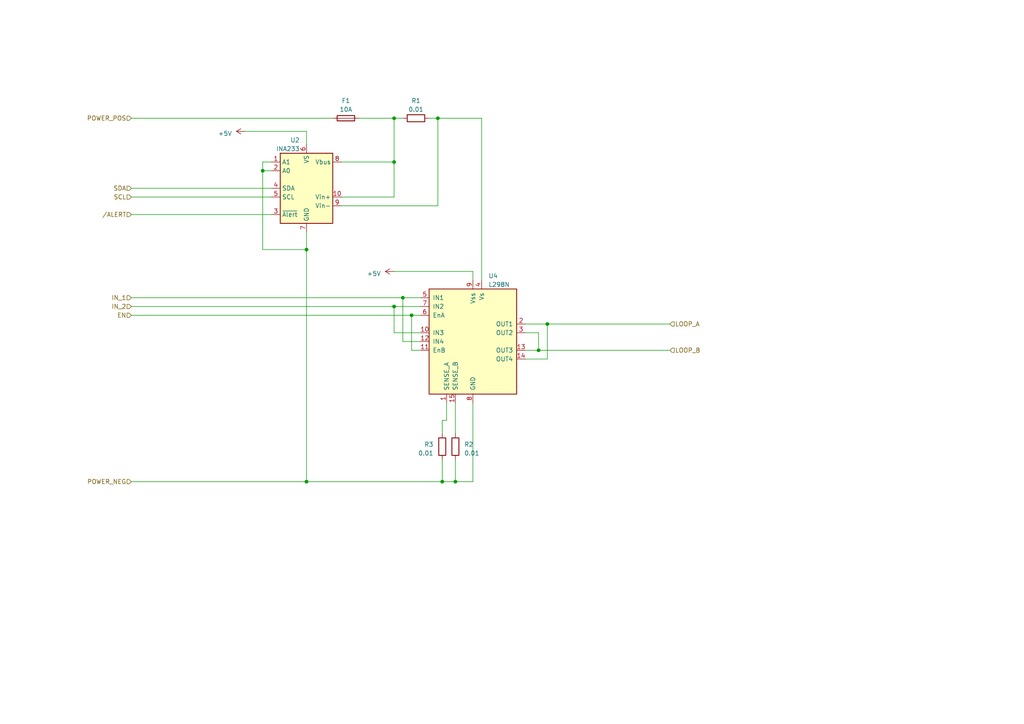
<source format=kicad_sch>
(kicad_sch (version 20230121) (generator eeschema)
  (paper "A4")
  (lib_symbols
    (symbol "Device:Fuse" (pin_numbers hide) (pin_names (offset 0))
      (property "Reference" "F" (at 2.032 0 90))
      (property "Value" "Fuse" (at -1.905 0 90))
      (symbol "Fuse_0_1"
        (rectangle (start -0.762 -2.54) (end 0.762 2.54) (stroke (width 0.254)))
        (polyline (pts (xy 0 2.54) (xy 0 -2.54)))
      )
      (symbol "Fuse_1_1"
        (pin passive line (at 0 3.81 270) (length 1.27) (name "~") (number "1"))
        (pin passive line (at 0 -3.81 90) (length 1.27) (name "~") (number "2"))
      )
    )
    (symbol "Device:R" (pin_numbers hide) (pin_names (offset 0))
      (property "Reference" "R" (at 2.032 0 90))
      (property "Value" "R" (at 0 0 90))
      (symbol "R_0_1"
        (rectangle (start -1.016 -2.54) (end 1.016 2.54) (stroke (width 0.254)))
      )
      (symbol "R_1_1"
        (pin passive line (at 0 3.81 270) (length 1.27) (name "~") (number "1"))
        (pin passive line (at 0 -3.81 90) (length 1.27) (name "~") (number "2"))
      )
    )
    (symbol "Driver_Motor:L298N" (pin_names (offset 1.016))
      (property "Reference" "U" (at -10.16 16.51 0))
      (property "Value" "L298N" (at 12.7 16.51 0))
      (symbol "L298N_0_1"
        (rectangle (start -12.7 15.24) (end 12.7 -15.24) (stroke (width 0.254)) (fill (type background)))
      )
      (symbol "L298N_1_1"
        (pin power_in line (at -7.62 -17.78 90) (length 2.54) (name "SENSE_A") (number "1"))
        (pin input line (at -15.24 2.54 0) (length 2.54) (name "IN3") (number "10"))
        (pin input line (at -15.24 -2.54 0) (length 2.54) (name "EnB") (number "11"))
        (pin input line (at -15.24 0 0) (length 2.54) (name "IN4") (number "12"))
        (pin output line (at 15.24 -2.54 180) (length 2.54) (name "OUT3") (number "13"))
        (pin output line (at 15.24 -5.08 180) (length 2.54) (name "OUT4") (number "14"))
        (pin power_in line (at -5.08 -17.78 90) (length 2.54) (name "SENSE_B") (number "15"))
        (pin output line (at 15.24 5.08 180) (length 2.54) (name "OUT1") (number "2"))
        (pin output line (at 15.24 2.54 180) (length 2.54) (name "OUT2") (number "3"))
        (pin power_in line (at 2.54 17.78 270) (length 2.54) (name "Vs") (number "4"))
        (pin input line (at -15.24 12.7 0) (length 2.54) (name "IN1") (number "5"))
        (pin input line (at -15.24 7.62 0) (length 2.54) (name "EnA") (number "6"))
        (pin input line (at -15.24 10.16 0) (length 2.54) (name "IN2") (number "7"))
        (pin power_in line (at 0 -17.78 90) (length 2.54) (name "GND") (number "8"))
        (pin power_in line (at 0 17.78 270) (length 2.54) (name "Vss") (number "9"))
      )
    )
    (symbol "Sensor_Energy:INA233"
      (property "Reference" "U" (at -6.35 11.43 0))
      (property "Value" "INA233" (at 3.81 11.43 0))
      (symbol "INA233_0_1"
        (rectangle (start 7.62 10.16) (end -7.62 -10.16) (stroke (width 0.254)) (fill (type background)))
      )
      (symbol "INA233_1_1"
        (pin input line (at 10.16 7.62 180) (length 2.54) (name "A1") (number "1"))
        (pin input line (at -10.16 -2.54 0) (length 2.54) (name "Vin+") (number "10"))
        (pin input line (at 10.16 5.08 180) (length 2.54) (name "A0") (number "2"))
        (pin open_collector line (at 10.16 -7.62 180) (length 2.54) (name "~{Alert}") (number "3"))
        (pin bidirectional line (at 10.16 0 180) (length 2.54) (name "SDA") (number "4"))
        (pin input line (at 10.16 -2.54 180) (length 2.54) (name "SCL") (number "5"))
        (pin power_in line (at 0 12.7 270) (length 2.54) (name "VS") (number "6"))
        (pin power_in line (at 0 -12.7 90) (length 2.54) (name "GND") (number "7"))
        (pin input line (at -10.16 7.62 0) (length 2.54) (name "Vbus") (number "8"))
        (pin input line (at -10.16 -5.08 0) (length 2.54) (name "Vin-") (number "9"))
      )
    )
    (symbol "power:+5V" (power) (pin_names (offset 0))
      (property "Value" "+5V" (at 0 3.556 0))
      (symbol "+5V_0_1"
        (polyline (pts (xy -0.762 1.27) (xy 0 2.54)))
        (polyline (pts (xy 0 0) (xy 0 2.54)))
        (polyline (pts (xy 0 2.54) (xy 0.762 1.27)))
      )
      (symbol "+5V_1_1"
        (pin power_in line (at 0 0 90) (length 0) hide (name "+5V") (number "1"))
      )
    )
  )
  (junction (at 127 34.29))
  (junction (at 116.84 86.36))
  (junction (at 156.21 101.6))
  (junction (at 88.9 139.7))
  (junction (at 114.3 34.29))
  (junction (at 132.08 139.7))
  (junction (at 76.2 49.53))
  (junction (at 114.3 88.9))
  (junction (at 128.27 139.7))
  (junction (at 114.3 46.99))
  (junction (at 119.38 91.44))
  (junction (at 88.9 72.39))
  (junction (at 158.75 93.98))
  (wire (pts (xy 121.92 101.6) (xy 119.38 101.6)))
  (wire (pts (xy 88.9 67.31) (xy 88.9 72.39)))
  (wire (pts (xy 152.4 93.98) (xy 158.75 93.98)))
  (wire (pts (xy 129.54 121.92) (xy 129.54 116.84)))
  (wire (pts (xy 156.21 101.6) (xy 156.21 96.52)))
  (wire (pts (xy 76.2 49.53) (xy 76.2 72.39)))
  (wire (pts (xy 38.1 139.7) (xy 88.9 139.7)))
  (wire (pts (xy 158.75 93.98) (xy 194.31 93.98)))
  (wire (pts (xy 38.1 54.61) (xy 78.74 54.61)))
  (wire (pts (xy 78.74 46.99) (xy 76.2 46.99)))
  (wire (pts (xy 116.84 86.36) (xy 121.92 86.36)))
  (wire (pts (xy 114.3 57.15) (xy 114.3 46.99)))
  (wire (pts (xy 38.1 57.15) (xy 78.74 57.15)))
  (wire (pts (xy 132.08 116.84) (xy 132.08 125.73)))
  (wire (pts (xy 114.3 88.9) (xy 121.92 88.9)))
  (wire (pts (xy 38.1 88.9) (xy 114.3 88.9)))
  (wire (pts (xy 156.21 96.52) (xy 152.4 96.52)))
  (wire (pts (xy 38.1 86.36) (xy 116.84 86.36)))
  (wire (pts (xy 127 59.69) (xy 127 34.29)))
  (wire (pts (xy 121.92 99.06) (xy 116.84 99.06)))
  (wire (pts (xy 139.7 34.29) (xy 139.7 81.28)))
  (wire (pts (xy 158.75 104.14) (xy 158.75 93.98)))
  (wire (pts (xy 114.3 96.52) (xy 114.3 88.9)))
  (wire (pts (xy 88.9 139.7) (xy 128.27 139.7)))
  (wire (pts (xy 116.84 99.06) (xy 116.84 86.36)))
  (wire (pts (xy 38.1 34.29) (xy 96.52 34.29)))
  (wire (pts (xy 128.27 121.92) (xy 129.54 121.92)))
  (wire (pts (xy 128.27 125.73) (xy 128.27 121.92)))
  (wire (pts (xy 71.12 38.1) (xy 88.9 38.1)))
  (wire (pts (xy 88.9 41.91) (xy 88.9 38.1)))
  (wire (pts (xy 128.27 139.7) (xy 132.08 139.7)))
  (wire (pts (xy 119.38 101.6) (xy 119.38 91.44)))
  (wire (pts (xy 132.08 139.7) (xy 137.16 139.7)))
  (wire (pts (xy 78.74 49.53) (xy 76.2 49.53)))
  (wire (pts (xy 137.16 81.28) (xy 137.16 78.74)))
  (wire (pts (xy 119.38 91.44) (xy 121.92 91.44)))
  (wire (pts (xy 152.4 104.14) (xy 158.75 104.14)))
  (wire (pts (xy 128.27 133.35) (xy 128.27 139.7)))
  (wire (pts (xy 38.1 62.23) (xy 78.74 62.23)))
  (wire (pts (xy 156.21 101.6) (xy 194.31 101.6)))
  (wire (pts (xy 114.3 34.29) (xy 116.84 34.29)))
  (wire (pts (xy 76.2 72.39) (xy 88.9 72.39)))
  (wire (pts (xy 132.08 133.35) (xy 132.08 139.7)))
  (wire (pts (xy 99.06 46.99) (xy 114.3 46.99)))
  (wire (pts (xy 127 34.29) (xy 139.7 34.29)))
  (wire (pts (xy 76.2 46.99) (xy 76.2 49.53)))
  (wire (pts (xy 99.06 57.15) (xy 114.3 57.15)))
  (wire (pts (xy 38.1 91.44) (xy 119.38 91.44)))
  (wire (pts (xy 114.3 78.74) (xy 137.16 78.74)))
  (wire (pts (xy 152.4 101.6) (xy 156.21 101.6)))
  (wire (pts (xy 121.92 96.52) (xy 114.3 96.52)))
  (wire (pts (xy 99.06 59.69) (xy 127 59.69)))
  (wire (pts (xy 104.14 34.29) (xy 114.3 34.29)))
  (wire (pts (xy 114.3 46.99) (xy 114.3 34.29)))
  (wire (pts (xy 137.16 116.84) (xy 137.16 139.7)))
  (wire (pts (xy 88.9 72.39) (xy 88.9 139.7)))
  (wire (pts (xy 124.46 34.29) (xy 127 34.29)))
  (hierarchical_label "EN" (shape input) (at 38.1 91.44 180))
  (hierarchical_label "SDA" (shape input) (at 38.1 54.61 180))
  (hierarchical_label "POWER_POS" (shape input) (at 38.1 34.29 180))
  (hierarchical_label "LOOP_A" (shape input) (at 194.31 93.98 0))
  (hierarchical_label "SCL" (shape input) (at 38.1 57.15 180))
  (hierarchical_label "POWER_NEG" (shape input) (at 38.1 139.7 180))
  (hierarchical_label "{slash}ALERT" (shape input) (at 38.1 62.23 180))
  (hierarchical_label "LOOP_B" (shape input) (at 194.31 101.6 0))
  (hierarchical_label "IN_1" (shape input) (at 38.1 86.36 180))
  (hierarchical_label "IN_2" (shape input) (at 38.1 88.9 180))
  (symbol (lib_id "power:+5V") (at 71.12 38.1 90) (unit 1)
    (property "Reference" "#PWR02" (effects hide))
    (property "Value" "+5V" (at 67.31 38.735 90) (effects (justify left)))
  )
  (symbol (lib_id "Device:R") (at 128.27 129.54 0) (mirror x) (unit 1)
    (property "Reference" "R3" (at 125.73 128.905 0) (effects (justify right)))
    (property "Value" "0.01" (at 125.73 131.445 0) (effects (justify right)))
    (property "Footprint" "Resistor_SMD:R_Shunt_Vishay_WSR2_WSR3_KelvinConnection" (effects hide))
  )
  (symbol (lib_id "Device:R") (at 120.65 34.29 90) (unit 1)
    (property "Reference" "R1" (at 120.65 29.21 90))
    (property "Value" "0.01" (at 120.65 31.75 90))
    (property "Footprint" "Resistor_SMD:R_Shunt_Vishay_WSR2_WSR3_KelvinConnection" (effects hide))
  )
  (symbol (lib_id "Device:R") (at 132.08 129.54 180) (unit 1)
    (property "Reference" "R2" (at 134.62 128.905 0) (effects (justify right)))
    (property "Value" "0.01" (at 134.62 131.445 0) (effects (justify right)))
    (property "Footprint" "Resistor_SMD:R_Shunt_Vishay_WSR2_WSR3_KelvinConnection" (effects hide))
  )
  (symbol (lib_id "Device:Fuse") (at 100.33 34.29 90) (unit 1)
    (property "Reference" "F1" (at 100.33 29.21 90))
    (property "Value" "10A" (at 100.33 31.75 90))
    (property "Footprint" "Fuse:Fuseholder_Clip-5x20mm_Bel_FC-203-22_Lateral_P17.80x5.00mm_D1.17mm_Horizontal" (effects hide))
  )
  (symbol (lib_id "Sensor_Energy:INA233") (at 88.9 54.61 0) (mirror y) (unit 1)
    (property "Reference" "U2" (at 86.9441 40.64 0) (effects (justify left)))
    (property "Value" "INA233" (at 86.9441 43.18 0) (effects (justify left)))
    (property "Footprint" "Package_SO:VSSOP-10_3x3mm_P0.5mm" (effects hide))
    (property "Datasheet" "https://www.ti.com/lit/ds/symlink/ina233.pdf" (effects hide))
  )
  (symbol (lib_id "power:+5V") (at 114.3 78.74 90) (unit 1)
    (property "Reference" "#PWR01" (effects hide))
    (property "Value" "+5V" (at 110.49 79.375 90) (effects (justify left)))
  )
  (symbol (lib_id "Driver_Motor:L298N") (at 137.16 99.06 0) (unit 1)
    (property "Reference" "U4" (at 141.6559 80.01 0) (effects (justify left)))
    (property "Value" "L298N" (at 141.6559 82.55 0) (effects (justify left)))
    (property "Footprint" "Package_TO_SOT_THT:TO-220-15_P2.54x2.54mm_StaggerOdd_Lead4.58mm_Vertical" (effects hide))
    (property "Datasheet" "http://www.st.com/st-web-ui/static/active/en/resource/technical/document/datasheet/CD00000240.pdf" (effects hide))
  )
)
</source>
